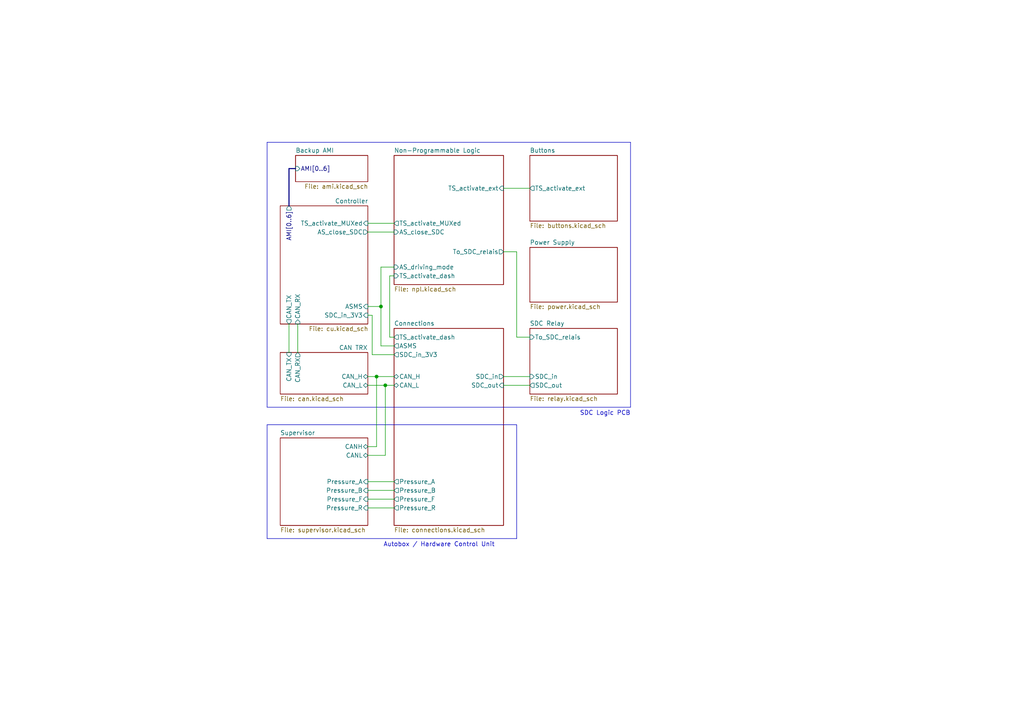
<source format=kicad_sch>
(kicad_sch (version 20230121) (generator eeschema)
  (paper "A4")
  (title_block (title "SDCL - Meta") (date "2021-12-16") (rev "v1.0") (company "FaSTTUBe - Formula Student Team TU Berlin") (comment 1 "Car 113") (comment 2 "EBS Electronics") (comment 3 "T 14.5 rule conformity"))
  (lib_symbols)
  (junction (at 109.22 109.22))
  (junction (at 110.49 88.9))
  (junction (at 111.76 111.76))
  (wire (pts (xy 146.05 73.025) (xy 149.86 73.025)))
  (polyline (pts (xy 149.86 156.21) (xy 77.47 156.21)))
  (wire (pts (xy 146.05 111.76) (xy 153.67 111.76)))
  (polyline (pts (xy 149.86 123.19) (xy 149.86 156.21)))
  (wire (pts (xy 106.68 142.24) (xy 114.3 142.24)))
  (polyline (pts (xy 182.88 41.275) (xy 77.47 41.275)))
  (wire (pts (xy 83.82 93.98) (xy 83.82 102.235)))
  (wire (pts (xy 110.49 88.9) (xy 110.49 77.47)))
  (wire (pts (xy 114.3 102.87) (xy 107.95 102.87)))
  (bus (pts (xy 83.82 48.895) (xy 83.82 59.69)))
  (polyline (pts (xy 77.47 41.275) (xy 77.47 118.11)))
  (wire (pts (xy 111.76 132.08) (xy 111.76 111.76)))
  (wire (pts (xy 86.36 93.98) (xy 86.36 102.235)))
  (wire (pts (xy 106.68 88.9) (xy 110.49 88.9)))
  (wire (pts (xy 106.68 129.54) (xy 109.22 129.54)))
  (bus (pts (xy 85.725 48.895) (xy 83.82 48.895)))
  (wire (pts (xy 110.49 77.47) (xy 114.3 77.47)))
  (wire (pts (xy 113.03 80.01) (xy 113.03 97.79)))
  (wire (pts (xy 146.05 109.22) (xy 153.67 109.22)))
  (wire (pts (xy 149.86 73.025) (xy 149.86 97.79)))
  (polyline (pts (xy 77.47 118.11) (xy 182.88 118.11)))
  (wire (pts (xy 114.3 80.01) (xy 113.03 80.01)))
  (wire (pts (xy 111.76 111.76) (xy 114.3 111.76)))
  (wire (pts (xy 109.22 109.22) (xy 109.22 129.54)))
  (wire (pts (xy 109.22 109.22) (xy 114.3 109.22)))
  (wire (pts (xy 106.68 64.77) (xy 114.3 64.77)))
  (wire (pts (xy 106.68 132.08) (xy 111.76 132.08)))
  (wire (pts (xy 106.68 67.31) (xy 114.3 67.31)))
  (polyline (pts (xy 77.47 123.19) (xy 149.86 123.19)))
  (wire (pts (xy 106.68 147.32) (xy 114.3 147.32)))
  (wire (pts (xy 113.03 97.79) (xy 114.3 97.79)))
  (polyline (pts (xy 77.47 156.21) (xy 77.47 123.19)))
  (wire (pts (xy 110.49 100.33) (xy 110.49 88.9)))
  (wire (pts (xy 149.86 97.79) (xy 153.67 97.79)))
  (wire (pts (xy 106.68 139.7) (xy 114.3 139.7)))
  (wire (pts (xy 114.3 100.33) (xy 110.49 100.33)))
  (wire (pts (xy 107.95 91.44) (xy 107.95 102.87)))
  (polyline (pts (xy 182.88 118.11) (xy 182.88 41.275)))
  (wire (pts (xy 106.68 91.44) (xy 107.95 91.44)))
  (wire (pts (xy 106.68 109.22) (xy 109.22 109.22)))
  (wire (pts (xy 106.68 144.78) (xy 114.3 144.78)))
  (wire (pts (xy 146.05 54.61) (xy 153.67 54.61)))
  (wire (pts (xy 106.68 111.76) (xy 111.76 111.76)))
  (text "SDC Logic PCB" (at 182.88 120.65 0) (effects (font (size 1.27 1.27)) (justify right bottom)))
  (text "Autobox / Hardware Control Unit" (at 143.51 158.75 0) (effects (font (size 1.27 1.27)) (justify right bottom)))
  (sheet (at 114.3 45.085) (size 31.75 37.465)
    (property "Sheetname" "Non-Programmable Logic" (at 114.3 44.3734 0) (effects (justify left bottom)))
    (property "Sheetfile" "npl.kicad_sch" (at 114.3 83.1346 0) (effects (justify left top)))
    (pin "AS_close_SDC" input (at 114.3 67.31 180))
    (pin "TS_activate_ext" input (at 146.05 54.61 0))
    (pin "To_SDC_relais" output (at 146.05 73.025 0))
    (pin "TS_activate_MUXed" output (at 114.3 64.77 180))
    (pin "TS_activate_dash" input (at 114.3 80.01 180))
    (pin "AS_driving_mode" input (at 114.3 77.47 180))
  )
  (sheet (at 81.28 59.69) (size 25.4 34.29)
    (property "Sheetname" "Controller" (at 97.155 59.055 0) (effects (justify left bottom)))
    (property "Sheetfile" "cu.kicad_sch" (at 89.535 94.615 0) (effects (justify left top)))
    (pin "AS_close_SDC" output (at 106.68 67.31 0))
    (pin "CAN_RX" input (at 86.36 93.98 270))
    (pin "CAN_TX" output (at 83.82 93.98 270))
    (pin "TS_activate_MUXed" input (at 106.68 64.77 0))
    (pin "SDC_in_3V3" input (at 106.68 91.44 0))
    (pin "ASMS" input (at 106.68 88.9 0))
    (pin "AMI[0..6]" output (at 83.82 59.69 90))
  )
  (sheet (at 153.67 95.25) (size 25.4 19.05)
    (property "Sheetname" "SDC Relay" (at 153.67 94.5384 0) (effects (justify left bottom)))
    (property "Sheetfile" "relay.kicad_sch" (at 153.67 114.8846 0) (effects (justify left top)))
    (pin "To_SDC_relais" input (at 153.67 97.79 180))
    (pin "SDC_in" input (at 153.67 109.22 180))
    (pin "SDC_out" output (at 153.67 111.76 180))
  )
  (sheet (at 153.67 71.755) (size 25.4 15.875)
    (property "Sheetname" "Power Supply" (at 153.67 71.0434 0) (effects (justify left bottom)))
    (property "Sheetfile" "power.kicad_sch" (at 153.67 88.2146 0) (effects (justify left top)))
  )
  (sheet (at 114.3 95.25) (size 31.75 57.15)
    (property "Sheetname" "Connections" (at 114.3 94.5384 0) (effects (justify left bottom)))
    (property "Sheetfile" "connections.kicad_sch" (at 114.3 152.9846 0) (effects (justify left top)))
    (pin "SDC_in_3V3" output (at 114.3 102.87 180))
    (pin "SDC_in" output (at 146.05 109.22 0))
    (pin "SDC_out" input (at 146.05 111.76 0))
    (pin "CAN_H" bidirectional (at 114.3 109.22 180))
    (pin "CAN_L" bidirectional (at 114.3 111.76 180))
    (pin "Pressure_A" output (at 114.3 139.7 180))
    (pin "Pressure_B" output (at 114.3 142.24 180))
    (pin "Pressure_F" output (at 114.3 144.78 180))
    (pin "Pressure_R" output (at 114.3 147.32 180))
    (pin "TS_activate_dash" output (at 114.3 97.79 180))
    (pin "ASMS" output (at 114.3 100.33 180))
  )
  (sheet (at 81.28 102.235) (size 25.4 12.065)
    (property "Sheetname" "CAN TRX" (at 98.3286 101.588 0) (effects (justify left bottom)))
    (property "Sheetfile" "can.kicad_sch" (at 81.28 114.935 0) (effects (justify left top)))
    (pin "CAN_H" bidirectional (at 106.68 109.22 0))
    (pin "CAN_L" bidirectional (at 106.68 111.76 0))
    (pin "CAN_TX" input (at 83.82 102.235 90))
    (pin "CAN_RX" output (at 86.36 102.235 90))
  )
  (sheet (at 81.28 127) (size 25.4 25.4)
    (property "Sheetname" "Supervisor" (at 81.28 126.2884 0) (effects (justify left bottom)))
    (property "Sheetfile" "supervisor.kicad_sch" (at 81.28 152.9846 0) (effects (justify left top)))
    (pin "CANH" bidirectional (at 106.68 129.54 0))
    (pin "CANL" bidirectional (at 106.68 132.08 0))
    (pin "Pressure_A" input (at 106.68 139.7 0))
    (pin "Pressure_B" input (at 106.68 142.24 0))
    (pin "Pressure_F" input (at 106.68 144.78 0))
    (pin "Pressure_R" input (at 106.68 147.32 0))
  )
  (sheet (at 85.725 45.085) (size 20.955 7.62) (stroke (width 0.1524))
    (property "Sheetname" "Backup AMI" (at 85.725 44.3734 0) (effects (justify left bottom)))
    (property "Sheetfile" "ami.kicad_sch" (at 88.265 53.34 0) (effects (justify left top)))
    (pin "AMI[0..6]" input (at 85.725 48.895 180))
  )
  (sheet (at 153.67 45.085) (size 25.4 19.05) (stroke (width 0.1524))
    (property "Sheetname" "Buttons" (at 153.67 44.3734 0) (effects (justify left bottom)))
    (property "Sheetfile" "buttons.kicad_sch" (at 153.67 64.7196 0) (effects (justify left top)))
    (pin "TS_activate_ext" output (at 153.67 54.61 180))
  )
)
</source>
